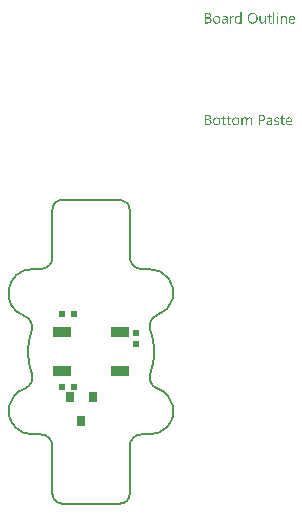
<source format=gbp>
G04*
G04 #@! TF.GenerationSoftware,Altium Limited,Altium Designer,21.8.1 (53)*
G04*
G04 Layer_Color=128*
%FSAX25Y25*%
%MOIN*%
G70*
G04*
G04 #@! TF.SameCoordinates,17E01544-8C08-452E-A090-7F5DC87EFE89*
G04*
G04*
G04 #@! TF.FilePolarity,Positive*
G04*
G01*
G75*
%ADD11C,0.00787*%
%ADD23R,0.02165X0.01968*%
%ADD44R,0.01968X0.02165*%
%ADD45R,0.03150X0.03543*%
%ADD46R,0.05906X0.03543*%
G36*
X0062201Y0140630D02*
X0062226D01*
X0062282Y0140605D01*
X0062313Y0140586D01*
X0062344Y0140562D01*
X0062350Y0140555D01*
X0062356Y0140549D01*
X0062387Y0140512D01*
X0062412Y0140450D01*
X0062418Y0140413D01*
X0062424Y0140376D01*
Y0140370D01*
Y0140357D01*
X0062418Y0140339D01*
X0062412Y0140314D01*
X0062393Y0140252D01*
X0062368Y0140221D01*
X0062344Y0140190D01*
X0062337D01*
X0062331Y0140178D01*
X0062294Y0140153D01*
X0062238Y0140128D01*
X0062201Y0140122D01*
X0062164Y0140116D01*
X0062146D01*
X0062127Y0140122D01*
X0062102D01*
X0062040Y0140147D01*
X0062009Y0140159D01*
X0061978Y0140184D01*
Y0140190D01*
X0061966Y0140196D01*
X0061954Y0140215D01*
X0061941Y0140234D01*
X0061917Y0140295D01*
X0061910Y0140332D01*
X0061904Y0140376D01*
Y0140382D01*
Y0140394D01*
X0061910Y0140413D01*
X0061917Y0140444D01*
X0061935Y0140500D01*
X0061954Y0140531D01*
X0061978Y0140562D01*
X0061985Y0140568D01*
X0061991Y0140574D01*
X0062028Y0140599D01*
X0062090Y0140623D01*
X0062127Y0140636D01*
X0062183D01*
X0062201Y0140630D01*
D02*
G37*
G36*
X0050211Y0136965D02*
X0049809D01*
Y0137386D01*
X0049796D01*
Y0137380D01*
X0049784Y0137367D01*
X0049766Y0137343D01*
X0049747Y0137312D01*
X0049716Y0137275D01*
X0049679Y0137238D01*
X0049635Y0137194D01*
X0049586Y0137151D01*
X0049530Y0137101D01*
X0049462Y0137058D01*
X0049394Y0137021D01*
X0049314Y0136984D01*
X0049233Y0136953D01*
X0049140Y0136928D01*
X0049041Y0136916D01*
X0048936Y0136909D01*
X0048893D01*
X0048856Y0136916D01*
X0048818Y0136922D01*
X0048769Y0136928D01*
X0048664Y0136953D01*
X0048540Y0136990D01*
X0048416Y0137052D01*
X0048348Y0137089D01*
X0048292Y0137132D01*
X0048230Y0137188D01*
X0048175Y0137244D01*
Y0137250D01*
X0048162Y0137262D01*
X0048150Y0137281D01*
X0048131Y0137306D01*
X0048113Y0137337D01*
X0048088Y0137380D01*
X0048063Y0137429D01*
X0048039Y0137485D01*
X0048008Y0137547D01*
X0047983Y0137615D01*
X0047958Y0137689D01*
X0047939Y0137770D01*
X0047921Y0137856D01*
X0047908Y0137956D01*
X0047902Y0138055D01*
X0047896Y0138160D01*
Y0138166D01*
Y0138185D01*
Y0138222D01*
X0047902Y0138265D01*
X0047908Y0138315D01*
X0047915Y0138376D01*
X0047921Y0138445D01*
X0047933Y0138519D01*
X0047970Y0138680D01*
X0048026Y0138847D01*
X0048063Y0138927D01*
X0048107Y0139008D01*
X0048150Y0139082D01*
X0048206Y0139156D01*
X0048212Y0139163D01*
X0048218Y0139175D01*
X0048237Y0139194D01*
X0048261Y0139218D01*
X0048292Y0139243D01*
X0048336Y0139274D01*
X0048379Y0139311D01*
X0048428Y0139348D01*
X0048552Y0139416D01*
X0048695Y0139478D01*
X0048775Y0139497D01*
X0048862Y0139515D01*
X0048948Y0139528D01*
X0049047Y0139534D01*
X0049097D01*
X0049134Y0139528D01*
X0049171Y0139522D01*
X0049221Y0139515D01*
X0049332Y0139485D01*
X0049456Y0139435D01*
X0049518Y0139404D01*
X0049580Y0139361D01*
X0049642Y0139317D01*
X0049697Y0139262D01*
X0049747Y0139200D01*
X0049796Y0139126D01*
X0049809D01*
Y0140685D01*
X0050211D01*
Y0136965D01*
D02*
G37*
G36*
X0064479Y0139528D02*
X0064553Y0139522D01*
X0064646Y0139503D01*
X0064745Y0139472D01*
X0064850Y0139423D01*
X0064956Y0139355D01*
X0064999Y0139317D01*
X0065042Y0139268D01*
X0065055Y0139255D01*
X0065080Y0139218D01*
X0065110Y0139156D01*
X0065154Y0139070D01*
X0065191Y0138964D01*
X0065228Y0138835D01*
X0065253Y0138680D01*
X0065259Y0138500D01*
Y0136965D01*
X0064857D01*
Y0138395D01*
Y0138401D01*
Y0138432D01*
X0064850Y0138469D01*
Y0138519D01*
X0064838Y0138581D01*
X0064826Y0138649D01*
X0064807Y0138723D01*
X0064782Y0138797D01*
X0064751Y0138872D01*
X0064714Y0138940D01*
X0064665Y0139008D01*
X0064609Y0139070D01*
X0064547Y0139119D01*
X0064467Y0139156D01*
X0064380Y0139187D01*
X0064275Y0139194D01*
X0064262D01*
X0064225Y0139187D01*
X0064170Y0139181D01*
X0064101Y0139163D01*
X0064021Y0139138D01*
X0063934Y0139094D01*
X0063854Y0139039D01*
X0063774Y0138964D01*
X0063767Y0138952D01*
X0063743Y0138927D01*
X0063712Y0138878D01*
X0063674Y0138810D01*
X0063637Y0138729D01*
X0063606Y0138630D01*
X0063582Y0138519D01*
X0063575Y0138395D01*
Y0136965D01*
X0063173D01*
Y0139478D01*
X0063575D01*
Y0139057D01*
X0063588D01*
X0063594Y0139064D01*
X0063600Y0139076D01*
X0063619Y0139101D01*
X0063643Y0139132D01*
X0063668Y0139169D01*
X0063705Y0139206D01*
X0063749Y0139249D01*
X0063798Y0139299D01*
X0063854Y0139342D01*
X0063916Y0139385D01*
X0063984Y0139423D01*
X0064058Y0139460D01*
X0064132Y0139491D01*
X0064219Y0139515D01*
X0064312Y0139528D01*
X0064411Y0139534D01*
X0064448D01*
X0064479Y0139528D01*
D02*
G37*
G36*
X0047481Y0139515D02*
X0047556Y0139509D01*
X0047599Y0139497D01*
X0047630Y0139485D01*
Y0139070D01*
X0047624Y0139076D01*
X0047611Y0139082D01*
X0047587Y0139094D01*
X0047556Y0139113D01*
X0047512Y0139126D01*
X0047457Y0139138D01*
X0047395Y0139144D01*
X0047327Y0139150D01*
X0047314D01*
X0047283Y0139144D01*
X0047234Y0139138D01*
X0047178Y0139119D01*
X0047104Y0139088D01*
X0047036Y0139045D01*
X0046961Y0138983D01*
X0046893Y0138903D01*
X0046887Y0138890D01*
X0046869Y0138859D01*
X0046838Y0138804D01*
X0046807Y0138729D01*
X0046776Y0138637D01*
X0046745Y0138519D01*
X0046726Y0138389D01*
X0046720Y0138240D01*
Y0136965D01*
X0046318D01*
Y0139478D01*
X0046720D01*
Y0138958D01*
X0046732D01*
Y0138964D01*
X0046739Y0138971D01*
X0046751Y0139002D01*
X0046769Y0139051D01*
X0046801Y0139113D01*
X0046831Y0139175D01*
X0046881Y0139243D01*
X0046931Y0139311D01*
X0046992Y0139373D01*
X0046999Y0139379D01*
X0047023Y0139398D01*
X0047060Y0139423D01*
X0047110Y0139447D01*
X0047166Y0139472D01*
X0047234Y0139497D01*
X0047308Y0139515D01*
X0047388Y0139522D01*
X0047444D01*
X0047481Y0139515D01*
D02*
G37*
G36*
X0058221Y0136965D02*
X0057819D01*
Y0137361D01*
X0057806D01*
Y0137355D01*
X0057794Y0137343D01*
X0057782Y0137318D01*
X0057757Y0137293D01*
X0057701Y0137219D01*
X0057614Y0137138D01*
X0057565Y0137095D01*
X0057509Y0137052D01*
X0057447Y0137015D01*
X0057373Y0136978D01*
X0057299Y0136953D01*
X0057218Y0136928D01*
X0057125Y0136916D01*
X0057033Y0136909D01*
X0056995D01*
X0056952Y0136916D01*
X0056890Y0136928D01*
X0056822Y0136940D01*
X0056748Y0136965D01*
X0056667Y0136996D01*
X0056587Y0137046D01*
X0056500Y0137101D01*
X0056420Y0137169D01*
X0056345Y0137256D01*
X0056277Y0137361D01*
X0056216Y0137479D01*
X0056172Y0137621D01*
X0056147Y0137788D01*
X0056135Y0137875D01*
Y0137974D01*
Y0139478D01*
X0056531D01*
Y0138036D01*
Y0138030D01*
Y0138005D01*
X0056537Y0137962D01*
X0056544Y0137912D01*
X0056550Y0137850D01*
X0056562Y0137788D01*
X0056581Y0137714D01*
X0056605Y0137640D01*
X0056643Y0137566D01*
X0056680Y0137497D01*
X0056729Y0137429D01*
X0056791Y0137367D01*
X0056859Y0137318D01*
X0056940Y0137281D01*
X0057039Y0137250D01*
X0057144Y0137244D01*
X0057156D01*
X0057193Y0137250D01*
X0057249Y0137256D01*
X0057311Y0137268D01*
X0057392Y0137299D01*
X0057472Y0137337D01*
X0057552Y0137386D01*
X0057627Y0137460D01*
X0057633Y0137473D01*
X0057658Y0137497D01*
X0057689Y0137547D01*
X0057726Y0137615D01*
X0057757Y0137696D01*
X0057788Y0137795D01*
X0057812Y0137906D01*
X0057819Y0138030D01*
Y0139478D01*
X0058221D01*
Y0136965D01*
D02*
G37*
G36*
X0062356D02*
X0061954D01*
Y0139478D01*
X0062356D01*
Y0136965D01*
D02*
G37*
G36*
X0061137D02*
X0060734D01*
Y0140685D01*
X0061137D01*
Y0136965D01*
D02*
G37*
G36*
X0044758Y0139528D02*
X0044813Y0139522D01*
X0044882Y0139503D01*
X0044956Y0139485D01*
X0045036Y0139453D01*
X0045123Y0139416D01*
X0045204Y0139367D01*
X0045284Y0139305D01*
X0045358Y0139231D01*
X0045426Y0139138D01*
X0045482Y0139033D01*
X0045525Y0138909D01*
X0045550Y0138767D01*
X0045562Y0138599D01*
Y0136965D01*
X0045160D01*
Y0137355D01*
X0045148D01*
Y0137349D01*
X0045135Y0137337D01*
X0045123Y0137312D01*
X0045098Y0137287D01*
X0045036Y0137213D01*
X0044956Y0137132D01*
X0044844Y0137052D01*
X0044714Y0136978D01*
X0044634Y0136953D01*
X0044554Y0136928D01*
X0044467Y0136916D01*
X0044374Y0136909D01*
X0044337D01*
X0044312Y0136916D01*
X0044244Y0136922D01*
X0044164Y0136934D01*
X0044065Y0136959D01*
X0043972Y0136990D01*
X0043873Y0137039D01*
X0043786Y0137101D01*
X0043780Y0137114D01*
X0043755Y0137138D01*
X0043718Y0137182D01*
X0043681Y0137244D01*
X0043644Y0137318D01*
X0043606Y0137405D01*
X0043582Y0137510D01*
X0043576Y0137627D01*
Y0137634D01*
Y0137658D01*
X0043582Y0137696D01*
X0043588Y0137739D01*
X0043600Y0137795D01*
X0043619Y0137856D01*
X0043644Y0137925D01*
X0043681Y0137993D01*
X0043724Y0138067D01*
X0043780Y0138141D01*
X0043848Y0138209D01*
X0043928Y0138271D01*
X0044021Y0138333D01*
X0044133Y0138383D01*
X0044256Y0138420D01*
X0044405Y0138451D01*
X0045160Y0138556D01*
Y0138562D01*
Y0138581D01*
X0045154Y0138618D01*
Y0138655D01*
X0045142Y0138705D01*
X0045135Y0138760D01*
X0045098Y0138878D01*
X0045067Y0138934D01*
X0045036Y0138989D01*
X0044993Y0139045D01*
X0044943Y0139094D01*
X0044882Y0139138D01*
X0044813Y0139169D01*
X0044733Y0139187D01*
X0044640Y0139194D01*
X0044597D01*
X0044566Y0139187D01*
X0044523D01*
X0044479Y0139175D01*
X0044368Y0139156D01*
X0044244Y0139119D01*
X0044108Y0139064D01*
X0044034Y0139026D01*
X0043966Y0138989D01*
X0043891Y0138940D01*
X0043823Y0138884D01*
Y0139299D01*
X0043829D01*
X0043842Y0139311D01*
X0043860Y0139324D01*
X0043891Y0139336D01*
X0043922Y0139355D01*
X0043966Y0139373D01*
X0044015Y0139392D01*
X0044071Y0139416D01*
X0044194Y0139460D01*
X0044343Y0139497D01*
X0044504Y0139522D01*
X0044677Y0139534D01*
X0044714D01*
X0044758Y0139528D01*
D02*
G37*
G36*
X0039069Y0140475D02*
X0039112D01*
X0039156Y0140469D01*
X0039255Y0140456D01*
X0039373Y0140425D01*
X0039496Y0140388D01*
X0039614Y0140332D01*
X0039719Y0140258D01*
X0039725D01*
X0039731Y0140246D01*
X0039762Y0140221D01*
X0039806Y0140172D01*
X0039855Y0140103D01*
X0039899Y0140017D01*
X0039942Y0139918D01*
X0039973Y0139806D01*
X0039985Y0139744D01*
Y0139676D01*
Y0139670D01*
Y0139664D01*
Y0139627D01*
X0039979Y0139571D01*
X0039967Y0139503D01*
X0039948Y0139416D01*
X0039917Y0139330D01*
X0039880Y0139243D01*
X0039824Y0139156D01*
X0039818Y0139144D01*
X0039793Y0139119D01*
X0039756Y0139082D01*
X0039707Y0139033D01*
X0039645Y0138983D01*
X0039571Y0138927D01*
X0039478Y0138884D01*
X0039379Y0138841D01*
Y0138835D01*
X0039397D01*
X0039416Y0138828D01*
X0039434Y0138822D01*
X0039503Y0138810D01*
X0039583Y0138785D01*
X0039670Y0138748D01*
X0039762Y0138705D01*
X0039855Y0138643D01*
X0039942Y0138562D01*
X0039954Y0138550D01*
X0039979Y0138519D01*
X0040010Y0138476D01*
X0040053Y0138407D01*
X0040091Y0138321D01*
X0040128Y0138222D01*
X0040152Y0138104D01*
X0040159Y0137974D01*
Y0137968D01*
Y0137956D01*
Y0137931D01*
X0040152Y0137900D01*
X0040146Y0137863D01*
X0040140Y0137819D01*
X0040115Y0137714D01*
X0040078Y0137597D01*
X0040022Y0137473D01*
X0039985Y0137417D01*
X0039942Y0137355D01*
X0039886Y0137299D01*
X0039830Y0137244D01*
X0039824D01*
X0039818Y0137231D01*
X0039800Y0137219D01*
X0039775Y0137200D01*
X0039744Y0137182D01*
X0039701Y0137157D01*
X0039608Y0137108D01*
X0039490Y0137052D01*
X0039354Y0137009D01*
X0039193Y0136978D01*
X0039112Y0136971D01*
X0039020Y0136965D01*
X0037992D01*
Y0140481D01*
X0039038D01*
X0039069Y0140475D01*
D02*
G37*
G36*
X0059564Y0139478D02*
X0060202D01*
Y0139132D01*
X0059564D01*
Y0137714D01*
Y0137702D01*
Y0137671D01*
X0059570Y0137627D01*
X0059577Y0137572D01*
X0059601Y0137454D01*
X0059620Y0137399D01*
X0059651Y0137355D01*
X0059657Y0137349D01*
X0059670Y0137337D01*
X0059688Y0137324D01*
X0059719Y0137306D01*
X0059756Y0137281D01*
X0059806Y0137268D01*
X0059868Y0137256D01*
X0059936Y0137250D01*
X0059960D01*
X0059991Y0137256D01*
X0060028Y0137262D01*
X0060115Y0137287D01*
X0060158Y0137306D01*
X0060202Y0137330D01*
Y0136984D01*
X0060196D01*
X0060177Y0136971D01*
X0060146Y0136965D01*
X0060103Y0136953D01*
X0060047Y0136940D01*
X0059985Y0136928D01*
X0059911Y0136922D01*
X0059824Y0136916D01*
X0059793D01*
X0059762Y0136922D01*
X0059719Y0136928D01*
X0059670Y0136940D01*
X0059614Y0136953D01*
X0059558Y0136978D01*
X0059496Y0137009D01*
X0059434Y0137046D01*
X0059372Y0137095D01*
X0059317Y0137151D01*
X0059267Y0137225D01*
X0059224Y0137306D01*
X0059193Y0137405D01*
X0059168Y0137516D01*
X0059162Y0137646D01*
Y0139132D01*
X0058735D01*
Y0139478D01*
X0059162D01*
Y0140091D01*
X0059564Y0140221D01*
Y0139478D01*
D02*
G37*
G36*
X0067091Y0139528D02*
X0067135Y0139522D01*
X0067178Y0139515D01*
X0067289Y0139497D01*
X0067413Y0139453D01*
X0067537Y0139398D01*
X0067599Y0139361D01*
X0067661Y0139317D01*
X0067716Y0139268D01*
X0067772Y0139212D01*
X0067778Y0139206D01*
X0067785Y0139200D01*
X0067797Y0139181D01*
X0067816Y0139156D01*
X0067834Y0139119D01*
X0067859Y0139082D01*
X0067884Y0139039D01*
X0067908Y0138983D01*
X0067933Y0138921D01*
X0067958Y0138859D01*
X0067983Y0138785D01*
X0068001Y0138705D01*
X0068020Y0138618D01*
X0068032Y0138531D01*
X0068045Y0138432D01*
Y0138327D01*
Y0138117D01*
X0066268D01*
Y0138110D01*
Y0138098D01*
Y0138079D01*
X0066274Y0138048D01*
X0066280Y0138011D01*
Y0137974D01*
X0066299Y0137875D01*
X0066330Y0137776D01*
X0066367Y0137665D01*
X0066423Y0137559D01*
X0066491Y0137467D01*
X0066503Y0137454D01*
X0066528Y0137429D01*
X0066578Y0137399D01*
X0066646Y0137355D01*
X0066732Y0137312D01*
X0066831Y0137281D01*
X0066949Y0137256D01*
X0067085Y0137244D01*
X0067128D01*
X0067159Y0137250D01*
X0067197D01*
X0067240Y0137256D01*
X0067345Y0137281D01*
X0067463Y0137312D01*
X0067593Y0137361D01*
X0067729Y0137429D01*
X0067797Y0137473D01*
X0067865Y0137522D01*
Y0137145D01*
X0067859D01*
X0067853Y0137132D01*
X0067834Y0137126D01*
X0067803Y0137108D01*
X0067772Y0137089D01*
X0067735Y0137070D01*
X0067686Y0137052D01*
X0067636Y0137027D01*
X0067574Y0137002D01*
X0067506Y0136984D01*
X0067357Y0136947D01*
X0067184Y0136922D01*
X0066992Y0136909D01*
X0066943D01*
X0066906Y0136916D01*
X0066862Y0136922D01*
X0066807Y0136928D01*
X0066689Y0136953D01*
X0066553Y0136990D01*
X0066417Y0137052D01*
X0066348Y0137095D01*
X0066280Y0137138D01*
X0066219Y0137188D01*
X0066157Y0137250D01*
X0066150Y0137256D01*
X0066144Y0137268D01*
X0066132Y0137287D01*
X0066107Y0137312D01*
X0066088Y0137349D01*
X0066064Y0137392D01*
X0066033Y0137442D01*
X0066008Y0137497D01*
X0065977Y0137559D01*
X0065952Y0137634D01*
X0065921Y0137714D01*
X0065903Y0137801D01*
X0065884Y0137894D01*
X0065866Y0137993D01*
X0065860Y0138098D01*
X0065853Y0138209D01*
Y0138216D01*
Y0138234D01*
Y0138265D01*
X0065860Y0138308D01*
X0065866Y0138358D01*
X0065872Y0138414D01*
X0065878Y0138482D01*
X0065897Y0138550D01*
X0065934Y0138698D01*
X0065990Y0138859D01*
X0066027Y0138940D01*
X0066076Y0139014D01*
X0066126Y0139094D01*
X0066181Y0139163D01*
X0066188Y0139169D01*
X0066200Y0139181D01*
X0066219Y0139200D01*
X0066243Y0139218D01*
X0066274Y0139249D01*
X0066311Y0139280D01*
X0066361Y0139311D01*
X0066410Y0139348D01*
X0066528Y0139416D01*
X0066670Y0139478D01*
X0066751Y0139497D01*
X0066831Y0139515D01*
X0066918Y0139528D01*
X0067011Y0139534D01*
X0067060D01*
X0067091Y0139528D01*
D02*
G37*
G36*
X0054049Y0140537D02*
X0054111Y0140531D01*
X0054185Y0140518D01*
X0054266Y0140500D01*
X0054352Y0140481D01*
X0054439Y0140456D01*
X0054538Y0140425D01*
X0054631Y0140382D01*
X0054730Y0140332D01*
X0054829Y0140277D01*
X0054922Y0140209D01*
X0055015Y0140134D01*
X0055101Y0140048D01*
X0055107Y0140042D01*
X0055120Y0140023D01*
X0055145Y0139998D01*
X0055169Y0139961D01*
X0055207Y0139912D01*
X0055244Y0139850D01*
X0055281Y0139782D01*
X0055324Y0139707D01*
X0055367Y0139614D01*
X0055405Y0139522D01*
X0055442Y0139416D01*
X0055479Y0139299D01*
X0055504Y0139181D01*
X0055528Y0139051D01*
X0055541Y0138909D01*
X0055547Y0138767D01*
Y0138754D01*
Y0138729D01*
Y0138686D01*
X0055541Y0138624D01*
X0055535Y0138550D01*
X0055522Y0138469D01*
X0055510Y0138376D01*
X0055491Y0138271D01*
X0055467Y0138166D01*
X0055436Y0138055D01*
X0055398Y0137943D01*
X0055355Y0137832D01*
X0055299Y0137714D01*
X0055238Y0137609D01*
X0055169Y0137504D01*
X0055089Y0137405D01*
X0055083Y0137399D01*
X0055070Y0137386D01*
X0055039Y0137361D01*
X0055008Y0137330D01*
X0054959Y0137287D01*
X0054903Y0137250D01*
X0054841Y0137200D01*
X0054767Y0137157D01*
X0054686Y0137114D01*
X0054594Y0137064D01*
X0054495Y0137027D01*
X0054383Y0136990D01*
X0054266Y0136953D01*
X0054142Y0136928D01*
X0054012Y0136916D01*
X0053869Y0136909D01*
X0053838D01*
X0053795Y0136916D01*
X0053746D01*
X0053684Y0136922D01*
X0053610Y0136934D01*
X0053529Y0136953D01*
X0053436Y0136971D01*
X0053343Y0136996D01*
X0053244Y0137027D01*
X0053145Y0137070D01*
X0053046Y0137114D01*
X0052947Y0137169D01*
X0052848Y0137238D01*
X0052755Y0137312D01*
X0052669Y0137399D01*
X0052662Y0137405D01*
X0052650Y0137423D01*
X0052625Y0137448D01*
X0052601Y0137485D01*
X0052563Y0137535D01*
X0052526Y0137597D01*
X0052489Y0137665D01*
X0052446Y0137745D01*
X0052402Y0137832D01*
X0052365Y0137925D01*
X0052328Y0138030D01*
X0052291Y0138147D01*
X0052266Y0138265D01*
X0052241Y0138395D01*
X0052229Y0138537D01*
X0052223Y0138680D01*
Y0138692D01*
Y0138717D01*
X0052229Y0138760D01*
Y0138822D01*
X0052235Y0138890D01*
X0052248Y0138977D01*
X0052260Y0139070D01*
X0052279Y0139169D01*
X0052303Y0139274D01*
X0052334Y0139385D01*
X0052372Y0139497D01*
X0052415Y0139608D01*
X0052470Y0139720D01*
X0052532Y0139831D01*
X0052601Y0139936D01*
X0052681Y0140035D01*
X0052687Y0140042D01*
X0052700Y0140060D01*
X0052731Y0140085D01*
X0052768Y0140116D01*
X0052811Y0140153D01*
X0052867Y0140196D01*
X0052935Y0140240D01*
X0053009Y0140289D01*
X0053096Y0140339D01*
X0053189Y0140382D01*
X0053288Y0140425D01*
X0053399Y0140463D01*
X0053523Y0140494D01*
X0053653Y0140524D01*
X0053789Y0140537D01*
X0053931Y0140543D01*
X0054000D01*
X0054049Y0140537D01*
D02*
G37*
G36*
X0042022Y0139528D02*
X0042065Y0139522D01*
X0042121Y0139515D01*
X0042245Y0139491D01*
X0042387Y0139447D01*
X0042529Y0139385D01*
X0042604Y0139348D01*
X0042672Y0139305D01*
X0042740Y0139249D01*
X0042802Y0139187D01*
X0042808Y0139181D01*
X0042814Y0139169D01*
X0042833Y0139150D01*
X0042851Y0139126D01*
X0042876Y0139088D01*
X0042901Y0139045D01*
X0042932Y0138996D01*
X0042963Y0138940D01*
X0042987Y0138872D01*
X0043018Y0138804D01*
X0043043Y0138723D01*
X0043068Y0138637D01*
X0043086Y0138544D01*
X0043105Y0138445D01*
X0043111Y0138339D01*
X0043117Y0138228D01*
Y0138222D01*
Y0138203D01*
Y0138172D01*
X0043111Y0138129D01*
X0043105Y0138079D01*
X0043099Y0138017D01*
X0043086Y0137956D01*
X0043074Y0137881D01*
X0043037Y0137733D01*
X0042975Y0137572D01*
X0042938Y0137491D01*
X0042888Y0137411D01*
X0042839Y0137337D01*
X0042777Y0137268D01*
X0042771Y0137262D01*
X0042758Y0137256D01*
X0042740Y0137238D01*
X0042715Y0137213D01*
X0042678Y0137188D01*
X0042641Y0137157D01*
X0042591Y0137120D01*
X0042536Y0137089D01*
X0042474Y0137058D01*
X0042406Y0137021D01*
X0042331Y0136990D01*
X0042251Y0136965D01*
X0042164Y0136940D01*
X0042071Y0136928D01*
X0041972Y0136916D01*
X0041867Y0136909D01*
X0041811D01*
X0041774Y0136916D01*
X0041731Y0136922D01*
X0041675Y0136928D01*
X0041613Y0136940D01*
X0041545Y0136953D01*
X0041403Y0136996D01*
X0041254Y0137058D01*
X0041180Y0137095D01*
X0041112Y0137145D01*
X0041044Y0137194D01*
X0040976Y0137256D01*
X0040969Y0137262D01*
X0040963Y0137275D01*
X0040945Y0137293D01*
X0040926Y0137318D01*
X0040901Y0137355D01*
X0040870Y0137399D01*
X0040839Y0137448D01*
X0040815Y0137504D01*
X0040784Y0137572D01*
X0040753Y0137640D01*
X0040722Y0137714D01*
X0040697Y0137801D01*
X0040660Y0137987D01*
X0040654Y0138086D01*
X0040648Y0138191D01*
Y0138197D01*
Y0138222D01*
Y0138253D01*
X0040654Y0138296D01*
X0040660Y0138346D01*
X0040666Y0138407D01*
X0040679Y0138476D01*
X0040691Y0138550D01*
X0040728Y0138711D01*
X0040790Y0138872D01*
X0040833Y0138952D01*
X0040877Y0139033D01*
X0040926Y0139107D01*
X0040988Y0139175D01*
X0040994Y0139181D01*
X0041007Y0139194D01*
X0041025Y0139206D01*
X0041050Y0139231D01*
X0041087Y0139255D01*
X0041131Y0139286D01*
X0041180Y0139324D01*
X0041236Y0139355D01*
X0041298Y0139385D01*
X0041372Y0139423D01*
X0041446Y0139453D01*
X0041533Y0139478D01*
X0041620Y0139503D01*
X0041719Y0139522D01*
X0041824Y0139528D01*
X0041929Y0139534D01*
X0041985D01*
X0042022Y0139528D01*
D02*
G37*
G36*
X0062121Y0105670D02*
X0062201Y0105663D01*
X0062288Y0105651D01*
X0062387Y0105626D01*
X0062486Y0105602D01*
X0062585Y0105564D01*
Y0105156D01*
X0062573Y0105162D01*
X0062536Y0105187D01*
X0062480Y0105211D01*
X0062406Y0105249D01*
X0062313Y0105280D01*
X0062201Y0105310D01*
X0062077Y0105329D01*
X0061947Y0105335D01*
X0061879D01*
X0061817Y0105323D01*
X0061743Y0105310D01*
X0061737D01*
X0061731Y0105304D01*
X0061694Y0105292D01*
X0061644Y0105267D01*
X0061588Y0105236D01*
X0061576Y0105230D01*
X0061551Y0105205D01*
X0061520Y0105168D01*
X0061489Y0105125D01*
X0061483Y0105113D01*
X0061471Y0105081D01*
X0061458Y0105038D01*
X0061452Y0104982D01*
Y0104976D01*
Y0104964D01*
Y0104945D01*
X0061458Y0104927D01*
X0061471Y0104871D01*
X0061489Y0104815D01*
X0061496Y0104803D01*
X0061514Y0104778D01*
X0061551Y0104741D01*
X0061595Y0104698D01*
X0061601D01*
X0061607Y0104692D01*
X0061644Y0104667D01*
X0061694Y0104636D01*
X0061762Y0104605D01*
X0061768D01*
X0061780Y0104599D01*
X0061799Y0104593D01*
X0061830Y0104580D01*
X0061898Y0104555D01*
X0061985Y0104518D01*
X0061991D01*
X0062015Y0104506D01*
X0062046Y0104493D01*
X0062084Y0104481D01*
X0062183Y0104438D01*
X0062282Y0104388D01*
X0062288D01*
X0062306Y0104376D01*
X0062331Y0104364D01*
X0062362Y0104345D01*
X0062436Y0104295D01*
X0062511Y0104234D01*
X0062517Y0104227D01*
X0062529Y0104221D01*
X0062542Y0104202D01*
X0062566Y0104178D01*
X0062610Y0104116D01*
X0062653Y0104035D01*
Y0104029D01*
X0062659Y0104017D01*
X0062672Y0103992D01*
X0062678Y0103961D01*
X0062690Y0103924D01*
X0062696Y0103881D01*
X0062703Y0103775D01*
Y0103769D01*
Y0103744D01*
X0062696Y0103707D01*
X0062690Y0103664D01*
X0062684Y0103614D01*
X0062665Y0103559D01*
X0062647Y0103509D01*
X0062616Y0103454D01*
X0062610Y0103447D01*
X0062604Y0103429D01*
X0062585Y0103404D01*
X0062560Y0103373D01*
X0062529Y0103336D01*
X0062492Y0103299D01*
X0062399Y0103225D01*
X0062393Y0103218D01*
X0062375Y0103212D01*
X0062350Y0103194D01*
X0062306Y0103175D01*
X0062263Y0103150D01*
X0062207Y0103132D01*
X0062152Y0103113D01*
X0062084Y0103094D01*
X0062077D01*
X0062053Y0103088D01*
X0062015Y0103082D01*
X0061972Y0103076D01*
X0061910Y0103064D01*
X0061848Y0103057D01*
X0061706Y0103051D01*
X0061644D01*
X0061570Y0103057D01*
X0061477Y0103070D01*
X0061372Y0103088D01*
X0061260Y0103113D01*
X0061149Y0103144D01*
X0061037Y0103194D01*
Y0103627D01*
X0061044D01*
X0061050Y0103614D01*
X0061068Y0103602D01*
X0061093Y0103590D01*
X0061161Y0103553D01*
X0061254Y0103509D01*
X0061359Y0103460D01*
X0061483Y0103423D01*
X0061619Y0103398D01*
X0061762Y0103385D01*
X0061811D01*
X0061842Y0103392D01*
X0061929Y0103404D01*
X0062028Y0103429D01*
X0062121Y0103472D01*
X0062164Y0103503D01*
X0062207Y0103534D01*
X0062238Y0103577D01*
X0062263Y0103621D01*
X0062282Y0103676D01*
X0062288Y0103738D01*
Y0103744D01*
Y0103757D01*
Y0103775D01*
X0062282Y0103794D01*
X0062269Y0103850D01*
X0062244Y0103905D01*
Y0103912D01*
X0062238Y0103918D01*
X0062214Y0103949D01*
X0062176Y0103992D01*
X0062121Y0104029D01*
X0062115D01*
X0062108Y0104042D01*
X0062071Y0104060D01*
X0062015Y0104097D01*
X0061941Y0104128D01*
X0061935D01*
X0061923Y0104134D01*
X0061904Y0104147D01*
X0061873Y0104159D01*
X0061805Y0104184D01*
X0061718Y0104221D01*
X0061712D01*
X0061687Y0104234D01*
X0061656Y0104246D01*
X0061619Y0104258D01*
X0061520Y0104302D01*
X0061421Y0104351D01*
X0061415Y0104357D01*
X0061403Y0104364D01*
X0061378Y0104376D01*
X0061347Y0104394D01*
X0061279Y0104444D01*
X0061211Y0104500D01*
X0061205Y0104506D01*
X0061198Y0104512D01*
X0061180Y0104531D01*
X0061161Y0104555D01*
X0061118Y0104617D01*
X0061081Y0104692D01*
Y0104698D01*
X0061075Y0104710D01*
X0061068Y0104735D01*
X0061062Y0104766D01*
X0061056Y0104803D01*
X0061050Y0104846D01*
X0061044Y0104952D01*
Y0104958D01*
Y0104982D01*
X0061050Y0105013D01*
X0061056Y0105057D01*
X0061062Y0105106D01*
X0061081Y0105156D01*
X0061099Y0105211D01*
X0061124Y0105261D01*
X0061130Y0105267D01*
X0061137Y0105286D01*
X0061155Y0105310D01*
X0061180Y0105341D01*
X0061248Y0105416D01*
X0061335Y0105490D01*
X0061341Y0105496D01*
X0061359Y0105502D01*
X0061384Y0105521D01*
X0061427Y0105540D01*
X0061471Y0105564D01*
X0061520Y0105589D01*
X0061644Y0105626D01*
X0061650D01*
X0061675Y0105632D01*
X0061706Y0105645D01*
X0061756Y0105651D01*
X0061805Y0105663D01*
X0061867Y0105670D01*
X0062003Y0105676D01*
X0062059D01*
X0062121Y0105670D01*
D02*
G37*
G36*
X0052929D02*
X0052984Y0105657D01*
X0053046Y0105645D01*
X0053114Y0105620D01*
X0053195Y0105589D01*
X0053269Y0105546D01*
X0053350Y0105496D01*
X0053424Y0105428D01*
X0053492Y0105341D01*
X0053554Y0105243D01*
X0053610Y0105131D01*
X0053647Y0104989D01*
X0053678Y0104834D01*
X0053684Y0104654D01*
Y0103107D01*
X0053281D01*
Y0104549D01*
Y0104555D01*
Y0104568D01*
Y0104586D01*
Y0104617D01*
X0053275Y0104692D01*
X0053263Y0104778D01*
X0053250Y0104877D01*
X0053226Y0104976D01*
X0053195Y0105069D01*
X0053151Y0105150D01*
X0053145Y0105156D01*
X0053127Y0105181D01*
X0053096Y0105211D01*
X0053046Y0105243D01*
X0052991Y0105280D01*
X0052916Y0105304D01*
X0052823Y0105329D01*
X0052718Y0105335D01*
X0052706D01*
X0052675Y0105329D01*
X0052625Y0105323D01*
X0052563Y0105304D01*
X0052495Y0105280D01*
X0052421Y0105236D01*
X0052347Y0105181D01*
X0052279Y0105100D01*
X0052272Y0105088D01*
X0052254Y0105057D01*
X0052223Y0105007D01*
X0052192Y0104939D01*
X0052155Y0104859D01*
X0052130Y0104766D01*
X0052105Y0104654D01*
X0052099Y0104537D01*
Y0103107D01*
X0051697D01*
Y0104599D01*
Y0104605D01*
Y0104630D01*
X0051691Y0104667D01*
Y0104716D01*
X0051678Y0104772D01*
X0051666Y0104834D01*
X0051647Y0104896D01*
X0051629Y0104970D01*
X0051598Y0105038D01*
X0051561Y0105100D01*
X0051511Y0105162D01*
X0051455Y0105218D01*
X0051394Y0105267D01*
X0051313Y0105304D01*
X0051226Y0105329D01*
X0051127Y0105335D01*
X0051115D01*
X0051084Y0105329D01*
X0051034Y0105323D01*
X0050973Y0105310D01*
X0050905Y0105280D01*
X0050830Y0105243D01*
X0050756Y0105187D01*
X0050688Y0105113D01*
X0050682Y0105100D01*
X0050663Y0105075D01*
X0050632Y0105026D01*
X0050601Y0104958D01*
X0050570Y0104877D01*
X0050539Y0104778D01*
X0050521Y0104667D01*
X0050515Y0104537D01*
Y0103107D01*
X0050112D01*
Y0105620D01*
X0050515D01*
Y0105218D01*
X0050527D01*
X0050533Y0105224D01*
X0050539Y0105236D01*
X0050558Y0105261D01*
X0050576Y0105292D01*
X0050638Y0105360D01*
X0050725Y0105447D01*
X0050836Y0105533D01*
X0050966Y0105602D01*
X0051047Y0105632D01*
X0051127Y0105657D01*
X0051214Y0105670D01*
X0051307Y0105676D01*
X0051350D01*
X0051400Y0105670D01*
X0051462Y0105657D01*
X0051530Y0105639D01*
X0051604Y0105614D01*
X0051678Y0105583D01*
X0051753Y0105533D01*
X0051759Y0105527D01*
X0051783Y0105509D01*
X0051814Y0105478D01*
X0051858Y0105434D01*
X0051901Y0105379D01*
X0051944Y0105317D01*
X0051988Y0105243D01*
X0052019Y0105156D01*
X0052025Y0105162D01*
X0052031Y0105181D01*
X0052050Y0105205D01*
X0052068Y0105236D01*
X0052099Y0105280D01*
X0052136Y0105323D01*
X0052180Y0105366D01*
X0052229Y0105416D01*
X0052285Y0105465D01*
X0052347Y0105509D01*
X0052415Y0105558D01*
X0052489Y0105595D01*
X0052570Y0105626D01*
X0052656Y0105651D01*
X0052755Y0105670D01*
X0052854Y0105676D01*
X0052891D01*
X0052929Y0105670D01*
D02*
G37*
G36*
X0059626D02*
X0059682Y0105663D01*
X0059750Y0105645D01*
X0059824Y0105626D01*
X0059905Y0105595D01*
X0059991Y0105558D01*
X0060072Y0105509D01*
X0060152Y0105447D01*
X0060227Y0105372D01*
X0060295Y0105280D01*
X0060350Y0105174D01*
X0060394Y0105051D01*
X0060418Y0104908D01*
X0060431Y0104741D01*
Y0103107D01*
X0060028D01*
Y0103497D01*
X0060016D01*
Y0103491D01*
X0060004Y0103478D01*
X0059991Y0103454D01*
X0059967Y0103429D01*
X0059905Y0103355D01*
X0059824Y0103274D01*
X0059713Y0103194D01*
X0059583Y0103119D01*
X0059502Y0103094D01*
X0059422Y0103070D01*
X0059335Y0103057D01*
X0059242Y0103051D01*
X0059205D01*
X0059180Y0103057D01*
X0059112Y0103064D01*
X0059032Y0103076D01*
X0058933Y0103101D01*
X0058840Y0103132D01*
X0058741Y0103181D01*
X0058654Y0103243D01*
X0058648Y0103255D01*
X0058623Y0103280D01*
X0058586Y0103324D01*
X0058549Y0103385D01*
X0058512Y0103460D01*
X0058475Y0103546D01*
X0058450Y0103652D01*
X0058444Y0103769D01*
Y0103775D01*
Y0103800D01*
X0058450Y0103837D01*
X0058456Y0103881D01*
X0058469Y0103936D01*
X0058487Y0103998D01*
X0058512Y0104066D01*
X0058549Y0104134D01*
X0058592Y0104209D01*
X0058648Y0104283D01*
X0058716Y0104351D01*
X0058797Y0104413D01*
X0058890Y0104475D01*
X0059001Y0104524D01*
X0059125Y0104562D01*
X0059273Y0104593D01*
X0060028Y0104698D01*
Y0104704D01*
Y0104722D01*
X0060022Y0104760D01*
Y0104797D01*
X0060010Y0104846D01*
X0060004Y0104902D01*
X0059967Y0105020D01*
X0059936Y0105075D01*
X0059905Y0105131D01*
X0059861Y0105187D01*
X0059812Y0105236D01*
X0059750Y0105280D01*
X0059682Y0105310D01*
X0059601Y0105329D01*
X0059509Y0105335D01*
X0059465D01*
X0059434Y0105329D01*
X0059391D01*
X0059348Y0105317D01*
X0059236Y0105298D01*
X0059112Y0105261D01*
X0058976Y0105205D01*
X0058902Y0105168D01*
X0058834Y0105131D01*
X0058760Y0105081D01*
X0058692Y0105026D01*
Y0105440D01*
X0058698D01*
X0058710Y0105453D01*
X0058729Y0105465D01*
X0058760Y0105478D01*
X0058790Y0105496D01*
X0058834Y0105515D01*
X0058883Y0105533D01*
X0058939Y0105558D01*
X0059063Y0105602D01*
X0059211Y0105639D01*
X0059372Y0105663D01*
X0059546Y0105676D01*
X0059583D01*
X0059626Y0105670D01*
D02*
G37*
G36*
X0056927Y0106617D02*
X0056977D01*
X0057026Y0106610D01*
X0057156Y0106586D01*
X0057292Y0106555D01*
X0057441Y0106505D01*
X0057583Y0106437D01*
X0057645Y0106394D01*
X0057707Y0106344D01*
X0057714D01*
X0057720Y0106332D01*
X0057738Y0106313D01*
X0057757Y0106295D01*
X0057806Y0106233D01*
X0057868Y0106146D01*
X0057924Y0106035D01*
X0057973Y0105905D01*
X0058011Y0105750D01*
X0058017Y0105663D01*
X0058023Y0105570D01*
Y0105564D01*
Y0105546D01*
Y0105521D01*
X0058017Y0105490D01*
X0058011Y0105447D01*
X0058004Y0105397D01*
X0057980Y0105280D01*
X0057936Y0105150D01*
X0057874Y0105013D01*
X0057837Y0104945D01*
X0057794Y0104877D01*
X0057738Y0104809D01*
X0057676Y0104747D01*
X0057670Y0104741D01*
X0057658Y0104735D01*
X0057639Y0104716D01*
X0057614Y0104698D01*
X0057577Y0104673D01*
X0057534Y0104648D01*
X0057484Y0104617D01*
X0057429Y0104593D01*
X0057367Y0104562D01*
X0057299Y0104531D01*
X0057218Y0104506D01*
X0057138Y0104481D01*
X0056952Y0104444D01*
X0056853Y0104438D01*
X0056748Y0104432D01*
X0056284D01*
Y0103107D01*
X0055869D01*
Y0106623D01*
X0056890D01*
X0056927Y0106617D01*
D02*
G37*
G36*
X0039069D02*
X0039112D01*
X0039156Y0106610D01*
X0039255Y0106598D01*
X0039373Y0106567D01*
X0039496Y0106530D01*
X0039614Y0106474D01*
X0039719Y0106400D01*
X0039725D01*
X0039731Y0106388D01*
X0039762Y0106363D01*
X0039806Y0106313D01*
X0039855Y0106245D01*
X0039899Y0106159D01*
X0039942Y0106060D01*
X0039973Y0105948D01*
X0039985Y0105886D01*
Y0105818D01*
Y0105812D01*
Y0105806D01*
Y0105769D01*
X0039979Y0105713D01*
X0039967Y0105645D01*
X0039948Y0105558D01*
X0039917Y0105472D01*
X0039880Y0105385D01*
X0039824Y0105298D01*
X0039818Y0105286D01*
X0039793Y0105261D01*
X0039756Y0105224D01*
X0039707Y0105174D01*
X0039645Y0105125D01*
X0039571Y0105069D01*
X0039478Y0105026D01*
X0039379Y0104982D01*
Y0104976D01*
X0039397D01*
X0039416Y0104970D01*
X0039434Y0104964D01*
X0039503Y0104952D01*
X0039583Y0104927D01*
X0039670Y0104890D01*
X0039762Y0104846D01*
X0039855Y0104784D01*
X0039942Y0104704D01*
X0039954Y0104692D01*
X0039979Y0104661D01*
X0040010Y0104617D01*
X0040053Y0104549D01*
X0040091Y0104463D01*
X0040128Y0104364D01*
X0040152Y0104246D01*
X0040159Y0104116D01*
Y0104110D01*
Y0104097D01*
Y0104072D01*
X0040152Y0104042D01*
X0040146Y0104004D01*
X0040140Y0103961D01*
X0040115Y0103856D01*
X0040078Y0103738D01*
X0040022Y0103614D01*
X0039985Y0103559D01*
X0039942Y0103497D01*
X0039886Y0103441D01*
X0039830Y0103385D01*
X0039824D01*
X0039818Y0103373D01*
X0039800Y0103361D01*
X0039775Y0103342D01*
X0039744Y0103324D01*
X0039701Y0103299D01*
X0039608Y0103249D01*
X0039490Y0103194D01*
X0039354Y0103150D01*
X0039193Y0103119D01*
X0039112Y0103113D01*
X0039020Y0103107D01*
X0037992D01*
Y0106623D01*
X0039038D01*
X0039069Y0106617D01*
D02*
G37*
G36*
X0063854Y0105620D02*
X0064491D01*
Y0105273D01*
X0063854D01*
Y0103856D01*
Y0103843D01*
Y0103813D01*
X0063860Y0103769D01*
X0063866Y0103714D01*
X0063891Y0103596D01*
X0063910Y0103540D01*
X0063941Y0103497D01*
X0063947Y0103491D01*
X0063959Y0103478D01*
X0063978Y0103466D01*
X0064009Y0103447D01*
X0064046Y0103423D01*
X0064095Y0103410D01*
X0064157Y0103398D01*
X0064225Y0103392D01*
X0064250D01*
X0064281Y0103398D01*
X0064318Y0103404D01*
X0064405Y0103429D01*
X0064448Y0103447D01*
X0064491Y0103472D01*
Y0103126D01*
X0064485D01*
X0064467Y0103113D01*
X0064436Y0103107D01*
X0064393Y0103094D01*
X0064337Y0103082D01*
X0064275Y0103070D01*
X0064201Y0103064D01*
X0064114Y0103057D01*
X0064083D01*
X0064052Y0103064D01*
X0064009Y0103070D01*
X0063959Y0103082D01*
X0063903Y0103094D01*
X0063848Y0103119D01*
X0063786Y0103150D01*
X0063724Y0103187D01*
X0063662Y0103237D01*
X0063606Y0103293D01*
X0063557Y0103367D01*
X0063513Y0103447D01*
X0063482Y0103546D01*
X0063458Y0103658D01*
X0063452Y0103788D01*
Y0105273D01*
X0063024D01*
Y0105620D01*
X0063452D01*
Y0106233D01*
X0063854Y0106363D01*
Y0105620D01*
D02*
G37*
G36*
X0045996D02*
X0046633D01*
Y0105273D01*
X0045996D01*
Y0103856D01*
Y0103843D01*
Y0103813D01*
X0046002Y0103769D01*
X0046008Y0103714D01*
X0046033Y0103596D01*
X0046051Y0103540D01*
X0046082Y0103497D01*
X0046089Y0103491D01*
X0046101Y0103478D01*
X0046120Y0103466D01*
X0046150Y0103447D01*
X0046188Y0103423D01*
X0046237Y0103410D01*
X0046299Y0103398D01*
X0046367Y0103392D01*
X0046392D01*
X0046423Y0103398D01*
X0046460Y0103404D01*
X0046547Y0103429D01*
X0046590Y0103447D01*
X0046633Y0103472D01*
Y0103126D01*
X0046627D01*
X0046609Y0103113D01*
X0046578Y0103107D01*
X0046534Y0103094D01*
X0046479Y0103082D01*
X0046417Y0103070D01*
X0046342Y0103064D01*
X0046256Y0103057D01*
X0046225D01*
X0046194Y0103064D01*
X0046150Y0103070D01*
X0046101Y0103082D01*
X0046045Y0103094D01*
X0045990Y0103119D01*
X0045928Y0103150D01*
X0045866Y0103187D01*
X0045804Y0103237D01*
X0045748Y0103293D01*
X0045699Y0103367D01*
X0045655Y0103447D01*
X0045624Y0103546D01*
X0045600Y0103658D01*
X0045593Y0103788D01*
Y0105273D01*
X0045166D01*
Y0105620D01*
X0045593D01*
Y0106233D01*
X0045996Y0106363D01*
Y0105620D01*
D02*
G37*
G36*
X0044293D02*
X0044931D01*
Y0105273D01*
X0044293D01*
Y0103856D01*
Y0103843D01*
Y0103813D01*
X0044300Y0103769D01*
X0044306Y0103714D01*
X0044331Y0103596D01*
X0044349Y0103540D01*
X0044380Y0103497D01*
X0044386Y0103491D01*
X0044399Y0103478D01*
X0044417Y0103466D01*
X0044448Y0103447D01*
X0044485Y0103423D01*
X0044535Y0103410D01*
X0044597Y0103398D01*
X0044665Y0103392D01*
X0044690D01*
X0044721Y0103398D01*
X0044758Y0103404D01*
X0044844Y0103429D01*
X0044888Y0103447D01*
X0044931Y0103472D01*
Y0103126D01*
X0044925D01*
X0044906Y0103113D01*
X0044875Y0103107D01*
X0044832Y0103094D01*
X0044776Y0103082D01*
X0044714Y0103070D01*
X0044640Y0103064D01*
X0044554Y0103057D01*
X0044523D01*
X0044492Y0103064D01*
X0044448Y0103070D01*
X0044399Y0103082D01*
X0044343Y0103094D01*
X0044287Y0103119D01*
X0044225Y0103150D01*
X0044164Y0103187D01*
X0044102Y0103237D01*
X0044046Y0103293D01*
X0043996Y0103367D01*
X0043953Y0103447D01*
X0043922Y0103546D01*
X0043897Y0103658D01*
X0043891Y0103788D01*
Y0105273D01*
X0043464D01*
Y0105620D01*
X0043891D01*
Y0106233D01*
X0044293Y0106363D01*
Y0105620D01*
D02*
G37*
G36*
X0066095Y0105670D02*
X0066138Y0105663D01*
X0066181Y0105657D01*
X0066293Y0105639D01*
X0066417Y0105595D01*
X0066540Y0105540D01*
X0066602Y0105502D01*
X0066664Y0105459D01*
X0066720Y0105410D01*
X0066776Y0105354D01*
X0066782Y0105348D01*
X0066788Y0105341D01*
X0066800Y0105323D01*
X0066819Y0105298D01*
X0066838Y0105261D01*
X0066862Y0105224D01*
X0066887Y0105181D01*
X0066912Y0105125D01*
X0066937Y0105063D01*
X0066961Y0105001D01*
X0066986Y0104927D01*
X0067005Y0104846D01*
X0067023Y0104760D01*
X0067036Y0104673D01*
X0067048Y0104574D01*
Y0104469D01*
Y0104258D01*
X0065272D01*
Y0104252D01*
Y0104240D01*
Y0104221D01*
X0065278Y0104190D01*
X0065284Y0104153D01*
Y0104116D01*
X0065302Y0104017D01*
X0065333Y0103918D01*
X0065371Y0103806D01*
X0065426Y0103701D01*
X0065494Y0103608D01*
X0065507Y0103596D01*
X0065531Y0103571D01*
X0065581Y0103540D01*
X0065649Y0103497D01*
X0065736Y0103454D01*
X0065835Y0103423D01*
X0065952Y0103398D01*
X0066088Y0103385D01*
X0066132D01*
X0066163Y0103392D01*
X0066200D01*
X0066243Y0103398D01*
X0066348Y0103423D01*
X0066466Y0103454D01*
X0066596Y0103503D01*
X0066732Y0103571D01*
X0066800Y0103614D01*
X0066869Y0103664D01*
Y0103286D01*
X0066862D01*
X0066856Y0103274D01*
X0066838Y0103268D01*
X0066807Y0103249D01*
X0066776Y0103231D01*
X0066738Y0103212D01*
X0066689Y0103194D01*
X0066639Y0103169D01*
X0066578Y0103144D01*
X0066509Y0103126D01*
X0066361Y0103088D01*
X0066188Y0103064D01*
X0065996Y0103051D01*
X0065946D01*
X0065909Y0103057D01*
X0065866Y0103064D01*
X0065810Y0103070D01*
X0065692Y0103094D01*
X0065556Y0103132D01*
X0065420Y0103194D01*
X0065352Y0103237D01*
X0065284Y0103280D01*
X0065222Y0103330D01*
X0065160Y0103392D01*
X0065154Y0103398D01*
X0065148Y0103410D01*
X0065135Y0103429D01*
X0065110Y0103454D01*
X0065092Y0103491D01*
X0065067Y0103534D01*
X0065036Y0103584D01*
X0065012Y0103639D01*
X0064981Y0103701D01*
X0064956Y0103775D01*
X0064925Y0103856D01*
X0064906Y0103943D01*
X0064888Y0104035D01*
X0064869Y0104134D01*
X0064863Y0104240D01*
X0064857Y0104351D01*
Y0104357D01*
Y0104376D01*
Y0104407D01*
X0064863Y0104450D01*
X0064869Y0104500D01*
X0064875Y0104555D01*
X0064881Y0104623D01*
X0064900Y0104692D01*
X0064937Y0104840D01*
X0064993Y0105001D01*
X0065030Y0105081D01*
X0065080Y0105156D01*
X0065129Y0105236D01*
X0065185Y0105304D01*
X0065191Y0105310D01*
X0065203Y0105323D01*
X0065222Y0105341D01*
X0065247Y0105360D01*
X0065278Y0105391D01*
X0065315Y0105422D01*
X0065364Y0105453D01*
X0065414Y0105490D01*
X0065531Y0105558D01*
X0065674Y0105620D01*
X0065754Y0105639D01*
X0065835Y0105657D01*
X0065921Y0105670D01*
X0066014Y0105676D01*
X0066064D01*
X0066095Y0105670D01*
D02*
G37*
G36*
X0048373D02*
X0048416Y0105663D01*
X0048472Y0105657D01*
X0048596Y0105632D01*
X0048738Y0105589D01*
X0048880Y0105527D01*
X0048955Y0105490D01*
X0049023Y0105447D01*
X0049091Y0105391D01*
X0049153Y0105329D01*
X0049159Y0105323D01*
X0049165Y0105310D01*
X0049184Y0105292D01*
X0049202Y0105267D01*
X0049227Y0105230D01*
X0049252Y0105187D01*
X0049283Y0105137D01*
X0049314Y0105081D01*
X0049338Y0105013D01*
X0049369Y0104945D01*
X0049394Y0104865D01*
X0049419Y0104778D01*
X0049437Y0104685D01*
X0049456Y0104586D01*
X0049462Y0104481D01*
X0049468Y0104370D01*
Y0104364D01*
Y0104345D01*
Y0104314D01*
X0049462Y0104271D01*
X0049456Y0104221D01*
X0049450Y0104159D01*
X0049437Y0104097D01*
X0049425Y0104023D01*
X0049388Y0103875D01*
X0049326Y0103714D01*
X0049289Y0103633D01*
X0049239Y0103553D01*
X0049190Y0103478D01*
X0049128Y0103410D01*
X0049122Y0103404D01*
X0049109Y0103398D01*
X0049091Y0103379D01*
X0049066Y0103355D01*
X0049029Y0103330D01*
X0048992Y0103299D01*
X0048942Y0103262D01*
X0048886Y0103231D01*
X0048825Y0103200D01*
X0048757Y0103163D01*
X0048682Y0103132D01*
X0048602Y0103107D01*
X0048515Y0103082D01*
X0048422Y0103070D01*
X0048323Y0103057D01*
X0048218Y0103051D01*
X0048162D01*
X0048125Y0103057D01*
X0048082Y0103064D01*
X0048026Y0103070D01*
X0047964Y0103082D01*
X0047896Y0103094D01*
X0047754Y0103138D01*
X0047605Y0103200D01*
X0047531Y0103237D01*
X0047463Y0103286D01*
X0047395Y0103336D01*
X0047327Y0103398D01*
X0047320Y0103404D01*
X0047314Y0103416D01*
X0047296Y0103435D01*
X0047277Y0103460D01*
X0047252Y0103497D01*
X0047221Y0103540D01*
X0047190Y0103590D01*
X0047166Y0103645D01*
X0047135Y0103714D01*
X0047104Y0103782D01*
X0047073Y0103856D01*
X0047048Y0103943D01*
X0047011Y0104128D01*
X0047005Y0104227D01*
X0046999Y0104332D01*
Y0104339D01*
Y0104364D01*
Y0104394D01*
X0047005Y0104438D01*
X0047011Y0104487D01*
X0047017Y0104549D01*
X0047030Y0104617D01*
X0047042Y0104692D01*
X0047079Y0104852D01*
X0047141Y0105013D01*
X0047184Y0105094D01*
X0047228Y0105174D01*
X0047277Y0105249D01*
X0047339Y0105317D01*
X0047345Y0105323D01*
X0047358Y0105335D01*
X0047376Y0105348D01*
X0047401Y0105372D01*
X0047438Y0105397D01*
X0047481Y0105428D01*
X0047531Y0105465D01*
X0047587Y0105496D01*
X0047649Y0105527D01*
X0047723Y0105564D01*
X0047797Y0105595D01*
X0047884Y0105620D01*
X0047970Y0105645D01*
X0048069Y0105663D01*
X0048175Y0105670D01*
X0048280Y0105676D01*
X0048336D01*
X0048373Y0105670D01*
D02*
G37*
G36*
X0042022D02*
X0042065Y0105663D01*
X0042121Y0105657D01*
X0042245Y0105632D01*
X0042387Y0105589D01*
X0042529Y0105527D01*
X0042604Y0105490D01*
X0042672Y0105447D01*
X0042740Y0105391D01*
X0042802Y0105329D01*
X0042808Y0105323D01*
X0042814Y0105310D01*
X0042833Y0105292D01*
X0042851Y0105267D01*
X0042876Y0105230D01*
X0042901Y0105187D01*
X0042932Y0105137D01*
X0042963Y0105081D01*
X0042987Y0105013D01*
X0043018Y0104945D01*
X0043043Y0104865D01*
X0043068Y0104778D01*
X0043086Y0104685D01*
X0043105Y0104586D01*
X0043111Y0104481D01*
X0043117Y0104370D01*
Y0104364D01*
Y0104345D01*
Y0104314D01*
X0043111Y0104271D01*
X0043105Y0104221D01*
X0043099Y0104159D01*
X0043086Y0104097D01*
X0043074Y0104023D01*
X0043037Y0103875D01*
X0042975Y0103714D01*
X0042938Y0103633D01*
X0042888Y0103553D01*
X0042839Y0103478D01*
X0042777Y0103410D01*
X0042771Y0103404D01*
X0042758Y0103398D01*
X0042740Y0103379D01*
X0042715Y0103355D01*
X0042678Y0103330D01*
X0042641Y0103299D01*
X0042591Y0103262D01*
X0042536Y0103231D01*
X0042474Y0103200D01*
X0042406Y0103163D01*
X0042331Y0103132D01*
X0042251Y0103107D01*
X0042164Y0103082D01*
X0042071Y0103070D01*
X0041972Y0103057D01*
X0041867Y0103051D01*
X0041811D01*
X0041774Y0103057D01*
X0041731Y0103064D01*
X0041675Y0103070D01*
X0041613Y0103082D01*
X0041545Y0103094D01*
X0041403Y0103138D01*
X0041254Y0103200D01*
X0041180Y0103237D01*
X0041112Y0103286D01*
X0041044Y0103336D01*
X0040976Y0103398D01*
X0040969Y0103404D01*
X0040963Y0103416D01*
X0040945Y0103435D01*
X0040926Y0103460D01*
X0040901Y0103497D01*
X0040870Y0103540D01*
X0040839Y0103590D01*
X0040815Y0103645D01*
X0040784Y0103714D01*
X0040753Y0103782D01*
X0040722Y0103856D01*
X0040697Y0103943D01*
X0040660Y0104128D01*
X0040654Y0104227D01*
X0040648Y0104332D01*
Y0104339D01*
Y0104364D01*
Y0104394D01*
X0040654Y0104438D01*
X0040660Y0104487D01*
X0040666Y0104549D01*
X0040679Y0104617D01*
X0040691Y0104692D01*
X0040728Y0104852D01*
X0040790Y0105013D01*
X0040833Y0105094D01*
X0040877Y0105174D01*
X0040926Y0105249D01*
X0040988Y0105317D01*
X0040994Y0105323D01*
X0041007Y0105335D01*
X0041025Y0105348D01*
X0041050Y0105372D01*
X0041087Y0105397D01*
X0041131Y0105428D01*
X0041180Y0105465D01*
X0041236Y0105496D01*
X0041298Y0105527D01*
X0041372Y0105564D01*
X0041446Y0105595D01*
X0041533Y0105620D01*
X0041620Y0105645D01*
X0041719Y0105663D01*
X0041824Y0105670D01*
X0041929Y0105676D01*
X0041985D01*
X0042022Y0105670D01*
D02*
G37*
%LPC*%
G36*
X0049097Y0139194D02*
X0049060D01*
X0049035Y0139187D01*
X0048967Y0139181D01*
X0048886Y0139163D01*
X0048794Y0139126D01*
X0048695Y0139076D01*
X0048602Y0139014D01*
X0048558Y0138971D01*
X0048515Y0138921D01*
X0048509Y0138909D01*
X0048484Y0138872D01*
X0048447Y0138810D01*
X0048410Y0138729D01*
X0048373Y0138624D01*
X0048336Y0138494D01*
X0048311Y0138346D01*
X0048305Y0138178D01*
Y0138172D01*
Y0138160D01*
Y0138135D01*
X0048311Y0138104D01*
Y0138073D01*
X0048317Y0138030D01*
X0048329Y0137931D01*
X0048354Y0137819D01*
X0048391Y0137708D01*
X0048441Y0137597D01*
X0048509Y0137491D01*
X0048521Y0137479D01*
X0048546Y0137454D01*
X0048589Y0137411D01*
X0048651Y0137367D01*
X0048732Y0137324D01*
X0048825Y0137281D01*
X0048930Y0137256D01*
X0049054Y0137244D01*
X0049085D01*
X0049109Y0137250D01*
X0049171Y0137256D01*
X0049246Y0137275D01*
X0049332Y0137306D01*
X0049425Y0137343D01*
X0049512Y0137405D01*
X0049598Y0137485D01*
X0049605Y0137497D01*
X0049629Y0137529D01*
X0049667Y0137584D01*
X0049704Y0137652D01*
X0049741Y0137739D01*
X0049778Y0137844D01*
X0049803Y0137968D01*
X0049809Y0138098D01*
Y0138469D01*
Y0138476D01*
Y0138482D01*
Y0138519D01*
X0049796Y0138575D01*
X0049784Y0138649D01*
X0049759Y0138729D01*
X0049722Y0138816D01*
X0049673Y0138903D01*
X0049605Y0138983D01*
X0049598Y0138989D01*
X0049567Y0139014D01*
X0049524Y0139051D01*
X0049468Y0139088D01*
X0049394Y0139126D01*
X0049307Y0139163D01*
X0049208Y0139187D01*
X0049097Y0139194D01*
D02*
G37*
G36*
X0045160Y0138234D02*
X0044554Y0138147D01*
X0044541D01*
X0044510Y0138141D01*
X0044461Y0138129D01*
X0044399Y0138117D01*
X0044331Y0138098D01*
X0044256Y0138073D01*
X0044194Y0138048D01*
X0044133Y0138011D01*
X0044126Y0138005D01*
X0044108Y0137993D01*
X0044089Y0137968D01*
X0044065Y0137931D01*
X0044034Y0137881D01*
X0044015Y0137819D01*
X0043996Y0137745D01*
X0043990Y0137658D01*
Y0137652D01*
Y0137627D01*
X0043996Y0137597D01*
X0044009Y0137553D01*
X0044021Y0137504D01*
X0044046Y0137454D01*
X0044077Y0137405D01*
X0044120Y0137355D01*
X0044126Y0137349D01*
X0044145Y0137337D01*
X0044176Y0137318D01*
X0044213Y0137299D01*
X0044263Y0137281D01*
X0044324Y0137262D01*
X0044393Y0137250D01*
X0044473Y0137244D01*
X0044485D01*
X0044523Y0137250D01*
X0044578Y0137256D01*
X0044646Y0137268D01*
X0044721Y0137293D01*
X0044807Y0137330D01*
X0044888Y0137386D01*
X0044962Y0137454D01*
X0044968Y0137467D01*
X0044993Y0137491D01*
X0045024Y0137535D01*
X0045061Y0137597D01*
X0045098Y0137677D01*
X0045129Y0137764D01*
X0045154Y0137869D01*
X0045160Y0137980D01*
Y0138234D01*
D02*
G37*
G36*
X0038877Y0140110D02*
X0038407D01*
Y0138971D01*
X0038884D01*
X0038945Y0138977D01*
X0039020Y0138989D01*
X0039106Y0139008D01*
X0039199Y0139039D01*
X0039280Y0139076D01*
X0039360Y0139132D01*
X0039366Y0139138D01*
X0039391Y0139163D01*
X0039422Y0139200D01*
X0039459Y0139255D01*
X0039490Y0139317D01*
X0039521Y0139398D01*
X0039546Y0139491D01*
X0039552Y0139596D01*
Y0139602D01*
Y0139621D01*
X0039546Y0139645D01*
X0039540Y0139676D01*
X0039515Y0139757D01*
X0039496Y0139806D01*
X0039465Y0139856D01*
X0039434Y0139899D01*
X0039385Y0139949D01*
X0039335Y0139992D01*
X0039267Y0140029D01*
X0039193Y0140060D01*
X0039100Y0140085D01*
X0038995Y0140103D01*
X0038877Y0140110D01*
D02*
G37*
G36*
Y0138599D02*
X0038407D01*
Y0137337D01*
X0039026D01*
X0039088Y0137343D01*
X0039174Y0137355D01*
X0039261Y0137380D01*
X0039354Y0137405D01*
X0039447Y0137448D01*
X0039527Y0137504D01*
X0039533Y0137510D01*
X0039558Y0137535D01*
X0039589Y0137572D01*
X0039626Y0137627D01*
X0039663Y0137696D01*
X0039694Y0137776D01*
X0039719Y0137875D01*
X0039725Y0137980D01*
Y0137987D01*
Y0138005D01*
X0039719Y0138036D01*
X0039713Y0138079D01*
X0039701Y0138123D01*
X0039682Y0138178D01*
X0039657Y0138234D01*
X0039620Y0138290D01*
X0039577Y0138346D01*
X0039521Y0138401D01*
X0039453Y0138457D01*
X0039366Y0138500D01*
X0039274Y0138544D01*
X0039156Y0138575D01*
X0039026Y0138593D01*
X0038877Y0138599D01*
D02*
G37*
G36*
X0067005Y0139194D02*
X0066955D01*
X0066906Y0139181D01*
X0066838Y0139169D01*
X0066763Y0139144D01*
X0066677Y0139107D01*
X0066596Y0139057D01*
X0066516Y0138989D01*
X0066509Y0138983D01*
X0066485Y0138952D01*
X0066454Y0138909D01*
X0066410Y0138847D01*
X0066367Y0138773D01*
X0066330Y0138680D01*
X0066299Y0138575D01*
X0066274Y0138457D01*
X0067630D01*
Y0138463D01*
Y0138476D01*
Y0138488D01*
Y0138513D01*
X0067624Y0138581D01*
X0067611Y0138655D01*
X0067586Y0138748D01*
X0067562Y0138835D01*
X0067518Y0138921D01*
X0067463Y0139002D01*
X0067457Y0139008D01*
X0067432Y0139033D01*
X0067395Y0139064D01*
X0067345Y0139101D01*
X0067277Y0139132D01*
X0067197Y0139163D01*
X0067110Y0139187D01*
X0067005Y0139194D01*
D02*
G37*
G36*
X0053900Y0140165D02*
X0053845D01*
X0053808Y0140159D01*
X0053758Y0140153D01*
X0053708Y0140147D01*
X0053647Y0140134D01*
X0053579Y0140116D01*
X0053436Y0140066D01*
X0053362Y0140035D01*
X0053281Y0139998D01*
X0053207Y0139949D01*
X0053133Y0139893D01*
X0053065Y0139831D01*
X0052997Y0139763D01*
X0052991Y0139757D01*
X0052984Y0139744D01*
X0052966Y0139720D01*
X0052941Y0139689D01*
X0052916Y0139652D01*
X0052891Y0139602D01*
X0052860Y0139546D01*
X0052829Y0139485D01*
X0052792Y0139410D01*
X0052762Y0139336D01*
X0052737Y0139249D01*
X0052712Y0139156D01*
X0052687Y0139057D01*
X0052669Y0138946D01*
X0052662Y0138835D01*
X0052656Y0138717D01*
Y0138711D01*
Y0138686D01*
Y0138655D01*
X0052662Y0138612D01*
X0052669Y0138556D01*
X0052675Y0138488D01*
X0052687Y0138420D01*
X0052700Y0138346D01*
X0052737Y0138178D01*
X0052799Y0137999D01*
X0052836Y0137912D01*
X0052879Y0137832D01*
X0052935Y0137745D01*
X0052991Y0137671D01*
X0052997Y0137665D01*
X0053009Y0137652D01*
X0053028Y0137634D01*
X0053052Y0137609D01*
X0053083Y0137578D01*
X0053127Y0137547D01*
X0053176Y0137510D01*
X0053226Y0137473D01*
X0053288Y0137436D01*
X0053356Y0137399D01*
X0053504Y0137337D01*
X0053591Y0137312D01*
X0053678Y0137293D01*
X0053770Y0137281D01*
X0053869Y0137275D01*
X0053925D01*
X0053969Y0137281D01*
X0054012Y0137287D01*
X0054074Y0137293D01*
X0054136Y0137306D01*
X0054204Y0137324D01*
X0054346Y0137367D01*
X0054427Y0137399D01*
X0054501Y0137436D01*
X0054575Y0137479D01*
X0054649Y0137529D01*
X0054717Y0137584D01*
X0054786Y0137652D01*
X0054792Y0137658D01*
X0054798Y0137671D01*
X0054817Y0137689D01*
X0054835Y0137720D01*
X0054866Y0137764D01*
X0054891Y0137807D01*
X0054922Y0137863D01*
X0054953Y0137925D01*
X0054984Y0137999D01*
X0055015Y0138079D01*
X0055046Y0138166D01*
X0055070Y0138259D01*
X0055089Y0138358D01*
X0055107Y0138469D01*
X0055114Y0138587D01*
X0055120Y0138711D01*
Y0138717D01*
Y0138742D01*
Y0138779D01*
X0055114Y0138822D01*
X0055107Y0138884D01*
X0055101Y0138952D01*
X0055095Y0139026D01*
X0055076Y0139107D01*
X0055039Y0139274D01*
X0054984Y0139453D01*
X0054947Y0139540D01*
X0054903Y0139627D01*
X0054848Y0139707D01*
X0054792Y0139782D01*
X0054786Y0139788D01*
X0054779Y0139800D01*
X0054761Y0139819D01*
X0054730Y0139843D01*
X0054699Y0139868D01*
X0054662Y0139905D01*
X0054612Y0139936D01*
X0054563Y0139973D01*
X0054501Y0140011D01*
X0054433Y0140042D01*
X0054359Y0140079D01*
X0054278Y0140103D01*
X0054191Y0140128D01*
X0054105Y0140147D01*
X0054006Y0140159D01*
X0053900Y0140165D01*
D02*
G37*
G36*
X0041898Y0139194D02*
X0041861D01*
X0041836Y0139187D01*
X0041762Y0139181D01*
X0041675Y0139163D01*
X0041576Y0139132D01*
X0041471Y0139082D01*
X0041372Y0139014D01*
X0041322Y0138977D01*
X0041279Y0138927D01*
X0041267Y0138915D01*
X0041242Y0138878D01*
X0041211Y0138822D01*
X0041168Y0138742D01*
X0041124Y0138637D01*
X0041093Y0138513D01*
X0041069Y0138370D01*
X0041056Y0138203D01*
Y0138197D01*
Y0138185D01*
Y0138160D01*
X0041062Y0138129D01*
Y0138092D01*
X0041069Y0138048D01*
X0041087Y0137949D01*
X0041112Y0137838D01*
X0041155Y0137720D01*
X0041211Y0137603D01*
X0041285Y0137497D01*
X0041298Y0137485D01*
X0041328Y0137460D01*
X0041378Y0137417D01*
X0041446Y0137374D01*
X0041533Y0137324D01*
X0041638Y0137281D01*
X0041762Y0137256D01*
X0041898Y0137244D01*
X0041935D01*
X0041960Y0137250D01*
X0042034Y0137256D01*
X0042121Y0137275D01*
X0042214Y0137306D01*
X0042319Y0137349D01*
X0042412Y0137411D01*
X0042498Y0137491D01*
X0042505Y0137504D01*
X0042529Y0137541D01*
X0042566Y0137597D01*
X0042604Y0137677D01*
X0042641Y0137782D01*
X0042678Y0137906D01*
X0042703Y0138048D01*
X0042709Y0138216D01*
Y0138222D01*
Y0138234D01*
Y0138259D01*
Y0138296D01*
X0042703Y0138333D01*
X0042696Y0138376D01*
X0042684Y0138482D01*
X0042659Y0138599D01*
X0042622Y0138717D01*
X0042566Y0138835D01*
X0042498Y0138940D01*
X0042486Y0138952D01*
X0042461Y0138977D01*
X0042412Y0139020D01*
X0042344Y0139070D01*
X0042257Y0139113D01*
X0042158Y0139156D01*
X0042034Y0139181D01*
X0041898Y0139194D01*
D02*
G37*
G36*
X0060028Y0104376D02*
X0059422Y0104289D01*
X0059409D01*
X0059379Y0104283D01*
X0059329Y0104271D01*
X0059267Y0104258D01*
X0059199Y0104240D01*
X0059125Y0104215D01*
X0059063Y0104190D01*
X0059001Y0104153D01*
X0058995Y0104147D01*
X0058976Y0104134D01*
X0058958Y0104110D01*
X0058933Y0104072D01*
X0058902Y0104023D01*
X0058883Y0103961D01*
X0058865Y0103887D01*
X0058859Y0103800D01*
Y0103794D01*
Y0103769D01*
X0058865Y0103738D01*
X0058877Y0103695D01*
X0058890Y0103645D01*
X0058914Y0103596D01*
X0058945Y0103546D01*
X0058989Y0103497D01*
X0058995Y0103491D01*
X0059013Y0103478D01*
X0059044Y0103460D01*
X0059081Y0103441D01*
X0059131Y0103423D01*
X0059193Y0103404D01*
X0059261Y0103392D01*
X0059341Y0103385D01*
X0059354D01*
X0059391Y0103392D01*
X0059447Y0103398D01*
X0059515Y0103410D01*
X0059589Y0103435D01*
X0059676Y0103472D01*
X0059756Y0103528D01*
X0059830Y0103596D01*
X0059837Y0103608D01*
X0059861Y0103633D01*
X0059892Y0103676D01*
X0059930Y0103738D01*
X0059967Y0103819D01*
X0059998Y0103905D01*
X0060022Y0104011D01*
X0060028Y0104122D01*
Y0104376D01*
D02*
G37*
G36*
X0056766Y0106251D02*
X0056284D01*
Y0104809D01*
X0056754D01*
X0056779Y0104815D01*
X0056816D01*
X0056859Y0104822D01*
X0056952Y0104834D01*
X0057057Y0104859D01*
X0057162Y0104890D01*
X0057268Y0104939D01*
X0057361Y0105001D01*
X0057373Y0105013D01*
X0057398Y0105038D01*
X0057435Y0105081D01*
X0057478Y0105143D01*
X0057515Y0105224D01*
X0057552Y0105317D01*
X0057577Y0105428D01*
X0057590Y0105552D01*
Y0105558D01*
Y0105583D01*
X0057583Y0105614D01*
X0057577Y0105663D01*
X0057565Y0105713D01*
X0057546Y0105775D01*
X0057522Y0105837D01*
X0057484Y0105905D01*
X0057441Y0105967D01*
X0057392Y0106029D01*
X0057323Y0106090D01*
X0057243Y0106140D01*
X0057150Y0106190D01*
X0057039Y0106220D01*
X0056909Y0106245D01*
X0056766Y0106251D01*
D02*
G37*
G36*
X0038877D02*
X0038407D01*
Y0105113D01*
X0038884D01*
X0038945Y0105119D01*
X0039020Y0105131D01*
X0039106Y0105150D01*
X0039199Y0105181D01*
X0039280Y0105218D01*
X0039360Y0105273D01*
X0039366Y0105280D01*
X0039391Y0105304D01*
X0039422Y0105341D01*
X0039459Y0105397D01*
X0039490Y0105459D01*
X0039521Y0105540D01*
X0039546Y0105632D01*
X0039552Y0105738D01*
Y0105744D01*
Y0105762D01*
X0039546Y0105787D01*
X0039540Y0105818D01*
X0039515Y0105899D01*
X0039496Y0105948D01*
X0039465Y0105998D01*
X0039434Y0106041D01*
X0039385Y0106090D01*
X0039335Y0106134D01*
X0039267Y0106171D01*
X0039193Y0106202D01*
X0039100Y0106227D01*
X0038995Y0106245D01*
X0038877Y0106251D01*
D02*
G37*
G36*
Y0104741D02*
X0038407D01*
Y0103478D01*
X0039026D01*
X0039088Y0103484D01*
X0039174Y0103497D01*
X0039261Y0103522D01*
X0039354Y0103546D01*
X0039447Y0103590D01*
X0039527Y0103645D01*
X0039533Y0103652D01*
X0039558Y0103676D01*
X0039589Y0103714D01*
X0039626Y0103769D01*
X0039663Y0103837D01*
X0039694Y0103918D01*
X0039719Y0104017D01*
X0039725Y0104122D01*
Y0104128D01*
Y0104147D01*
X0039719Y0104178D01*
X0039713Y0104221D01*
X0039701Y0104264D01*
X0039682Y0104320D01*
X0039657Y0104376D01*
X0039620Y0104432D01*
X0039577Y0104487D01*
X0039521Y0104543D01*
X0039453Y0104599D01*
X0039366Y0104642D01*
X0039274Y0104685D01*
X0039156Y0104716D01*
X0039026Y0104735D01*
X0038877Y0104741D01*
D02*
G37*
G36*
X0066008Y0105335D02*
X0065958D01*
X0065909Y0105323D01*
X0065841Y0105310D01*
X0065767Y0105286D01*
X0065680Y0105249D01*
X0065600Y0105199D01*
X0065519Y0105131D01*
X0065513Y0105125D01*
X0065488Y0105094D01*
X0065457Y0105051D01*
X0065414Y0104989D01*
X0065371Y0104914D01*
X0065333Y0104822D01*
X0065302Y0104716D01*
X0065278Y0104599D01*
X0066633D01*
Y0104605D01*
Y0104617D01*
Y0104630D01*
Y0104654D01*
X0066627Y0104722D01*
X0066615Y0104797D01*
X0066590Y0104890D01*
X0066565Y0104976D01*
X0066522Y0105063D01*
X0066466Y0105143D01*
X0066460Y0105150D01*
X0066435Y0105174D01*
X0066398Y0105205D01*
X0066348Y0105243D01*
X0066280Y0105273D01*
X0066200Y0105304D01*
X0066113Y0105329D01*
X0066008Y0105335D01*
D02*
G37*
G36*
X0048249D02*
X0048212D01*
X0048187Y0105329D01*
X0048113Y0105323D01*
X0048026Y0105304D01*
X0047927Y0105273D01*
X0047822Y0105224D01*
X0047723Y0105156D01*
X0047673Y0105119D01*
X0047630Y0105069D01*
X0047618Y0105057D01*
X0047593Y0105020D01*
X0047562Y0104964D01*
X0047519Y0104883D01*
X0047475Y0104778D01*
X0047444Y0104654D01*
X0047420Y0104512D01*
X0047407Y0104345D01*
Y0104339D01*
Y0104326D01*
Y0104302D01*
X0047413Y0104271D01*
Y0104234D01*
X0047420Y0104190D01*
X0047438Y0104091D01*
X0047463Y0103980D01*
X0047506Y0103862D01*
X0047562Y0103744D01*
X0047636Y0103639D01*
X0047649Y0103627D01*
X0047679Y0103602D01*
X0047729Y0103559D01*
X0047797Y0103515D01*
X0047884Y0103466D01*
X0047989Y0103423D01*
X0048113Y0103398D01*
X0048249Y0103385D01*
X0048286D01*
X0048311Y0103392D01*
X0048385Y0103398D01*
X0048472Y0103416D01*
X0048565Y0103447D01*
X0048670Y0103491D01*
X0048763Y0103553D01*
X0048849Y0103633D01*
X0048856Y0103645D01*
X0048880Y0103683D01*
X0048917Y0103738D01*
X0048955Y0103819D01*
X0048992Y0103924D01*
X0049029Y0104048D01*
X0049054Y0104190D01*
X0049060Y0104357D01*
Y0104364D01*
Y0104376D01*
Y0104401D01*
Y0104438D01*
X0049054Y0104475D01*
X0049047Y0104518D01*
X0049035Y0104623D01*
X0049010Y0104741D01*
X0048973Y0104859D01*
X0048917Y0104976D01*
X0048849Y0105081D01*
X0048837Y0105094D01*
X0048812Y0105119D01*
X0048763Y0105162D01*
X0048695Y0105211D01*
X0048608Y0105255D01*
X0048509Y0105298D01*
X0048385Y0105323D01*
X0048249Y0105335D01*
D02*
G37*
G36*
X0041898D02*
X0041861D01*
X0041836Y0105329D01*
X0041762Y0105323D01*
X0041675Y0105304D01*
X0041576Y0105273D01*
X0041471Y0105224D01*
X0041372Y0105156D01*
X0041322Y0105119D01*
X0041279Y0105069D01*
X0041267Y0105057D01*
X0041242Y0105020D01*
X0041211Y0104964D01*
X0041168Y0104883D01*
X0041124Y0104778D01*
X0041093Y0104654D01*
X0041069Y0104512D01*
X0041056Y0104345D01*
Y0104339D01*
Y0104326D01*
Y0104302D01*
X0041062Y0104271D01*
Y0104234D01*
X0041069Y0104190D01*
X0041087Y0104091D01*
X0041112Y0103980D01*
X0041155Y0103862D01*
X0041211Y0103744D01*
X0041285Y0103639D01*
X0041298Y0103627D01*
X0041328Y0103602D01*
X0041378Y0103559D01*
X0041446Y0103515D01*
X0041533Y0103466D01*
X0041638Y0103423D01*
X0041762Y0103398D01*
X0041898Y0103385D01*
X0041935D01*
X0041960Y0103392D01*
X0042034Y0103398D01*
X0042121Y0103416D01*
X0042214Y0103447D01*
X0042319Y0103491D01*
X0042412Y0103553D01*
X0042498Y0103633D01*
X0042505Y0103645D01*
X0042529Y0103683D01*
X0042566Y0103738D01*
X0042604Y0103819D01*
X0042641Y0103924D01*
X0042678Y0104048D01*
X0042703Y0104190D01*
X0042709Y0104357D01*
Y0104364D01*
Y0104376D01*
Y0104401D01*
Y0104438D01*
X0042703Y0104475D01*
X0042696Y0104518D01*
X0042684Y0104623D01*
X0042659Y0104741D01*
X0042622Y0104859D01*
X0042566Y0104976D01*
X0042498Y0105081D01*
X0042486Y0105094D01*
X0042461Y0105119D01*
X0042412Y0105162D01*
X0042344Y0105211D01*
X0042257Y0105255D01*
X0042158Y0105298D01*
X0042034Y0105323D01*
X0041898Y0105335D01*
D02*
G37*
%LPD*%
D11*
X0025931Y0051913D02*
G03*
X0019488Y0055118I-0006437J-0004860D01*
G01*
X0012874Y0059055D02*
G03*
X0016811Y0055118I0003938J0000001D01*
G01*
X0012874Y0075000D02*
G03*
X0009724Y0078150I-0003145J0000004D01*
G01*
X-0009724D02*
G03*
X-0012874Y0075000I-0000004J-0003145D01*
G01*
X-0016811Y0055118D02*
G03*
X-0012874Y0059055I-0000001J0003938D01*
G01*
X-0019488Y0055118D02*
G03*
X-0022246Y0039472I-0000006J-0008065D01*
G01*
X-0019872Y0034477D02*
G03*
X-0022246Y0039472I-0003718J0001294D01*
G01*
X-0019872Y0034477D02*
G03*
X-0019762Y0020334I0019872J-0006918D01*
G01*
X-0022193Y0015254D02*
G03*
X-0019762Y0020334I-0001267J0003728D01*
G01*
X-0022193Y0015254D02*
G03*
X-0025197Y0002362I0002508J-0007380D01*
G01*
Y0002362D02*
G03*
X-0019488Y0000000I0005703J0005703D01*
G01*
X-0012874Y-0003937D02*
G03*
X-0016811Y0000000I-0003938J-0000001D01*
G01*
X-0012874Y-0019882D02*
G03*
X-0009724Y-0023031I0003145J-0000004D01*
G01*
X0009724D02*
G03*
X0012874Y-0019882I0000004J0003145D01*
G01*
X0016811Y0000000D02*
G03*
X0012874Y-0003937I0000001J-0003938D01*
G01*
X0019488Y-0000000D02*
G03*
X0025197Y0002362I0000006J0008065D01*
G01*
D02*
G03*
X0022193Y0015254I-0005512J0005512D01*
G01*
X0019762Y0020334D02*
G03*
X0022193Y0015254I0003698J-0001352D01*
G01*
X0019762Y0020334D02*
G03*
X0019763Y0034782I-0019762J0007225D01*
G01*
X0022194Y0039861D02*
G03*
X0019763Y0034782I0001267J-0003728D01*
G01*
X0022194Y0039861D02*
G03*
X0025931Y0051913I-0002509J0007383D01*
G01*
X0016811Y0055118D02*
X0019488D01*
X0012874Y0059055D02*
Y0075000D01*
X-0009724Y0078150D02*
X0009724D01*
X-0012874Y0059055D02*
Y0075000D01*
X-0019488Y0055118D02*
X-0016811D01*
X-0019488Y0000000D02*
X-0016811D01*
X-0012874Y-0019882D02*
Y-0003937D01*
X-0009724Y-0023031D02*
X0009724D01*
X0012874Y-0019882D02*
Y-0003937D01*
X0016811Y0000000D02*
X0019488D01*
D23*
X0014862Y0033957D02*
D03*
Y0030020D02*
D03*
D44*
X-0009744Y0040256D02*
D03*
X-0005807D02*
D03*
X-0005709Y0015945D02*
D03*
X-0009646D02*
D03*
D45*
X-0006988Y0012500D02*
D03*
X0000492D02*
D03*
X-0003248Y0004626D02*
D03*
D46*
X-0009646Y0034055D02*
D03*
Y0021063D02*
D03*
X0009646Y0034055D02*
D03*
Y0021063D02*
D03*
M02*

</source>
